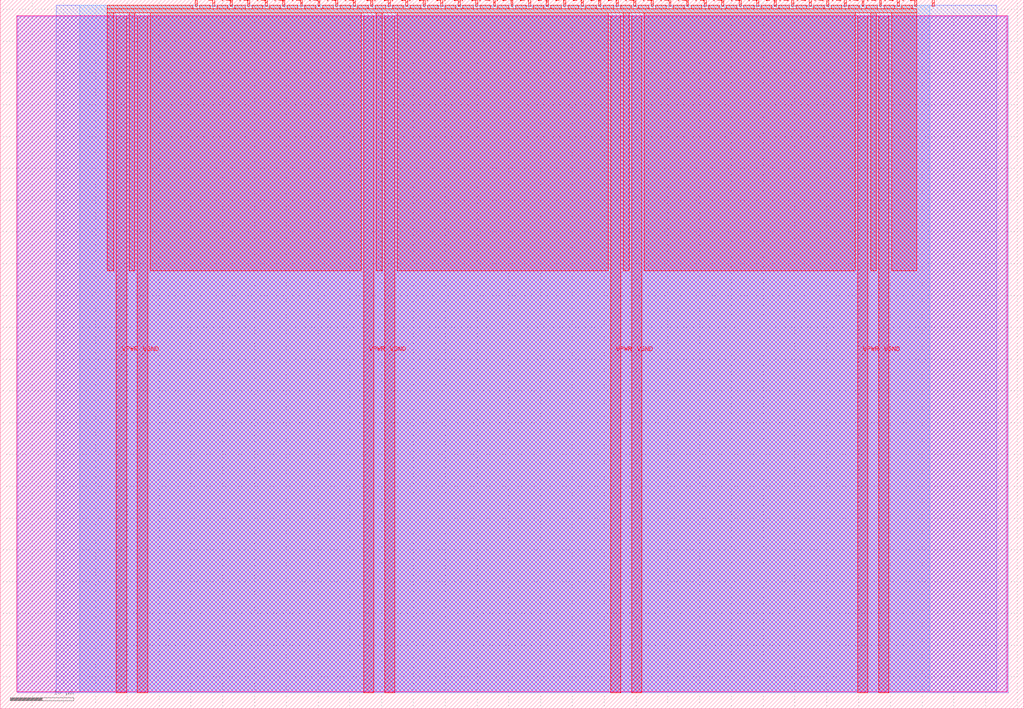
<source format=lef>
VERSION 5.7 ;
  NOWIREEXTENSIONATPIN ON ;
  DIVIDERCHAR "/" ;
  BUSBITCHARS "[]" ;
MACRO tt_um_betz_morse_keyer
  CLASS BLOCK ;
  FOREIGN tt_um_betz_morse_keyer ;
  ORIGIN 0.000 0.000 ;
  SIZE 161.000 BY 111.520 ;
  PIN VGND
    DIRECTION INOUT ;
    USE GROUND ;
    PORT
      LAYER met4 ;
        RECT 21.580 2.480 23.180 109.040 ;
    END
    PORT
      LAYER met4 ;
        RECT 60.450 2.480 62.050 109.040 ;
    END
    PORT
      LAYER met4 ;
        RECT 99.320 2.480 100.920 109.040 ;
    END
    PORT
      LAYER met4 ;
        RECT 138.190 2.480 139.790 109.040 ;
    END
  END VGND
  PIN VPWR
    DIRECTION INOUT ;
    USE POWER ;
    PORT
      LAYER met4 ;
        RECT 18.280 2.480 19.880 109.040 ;
    END
    PORT
      LAYER met4 ;
        RECT 57.150 2.480 58.750 109.040 ;
    END
    PORT
      LAYER met4 ;
        RECT 96.020 2.480 97.620 109.040 ;
    END
    PORT
      LAYER met4 ;
        RECT 134.890 2.480 136.490 109.040 ;
    END
  END VPWR
  PIN clk
    DIRECTION INPUT ;
    USE SIGNAL ;
    ANTENNAGATEAREA 0.852000 ;
    PORT
      LAYER met4 ;
        RECT 143.830 110.520 144.130 111.520 ;
    END
  END clk
  PIN ena
    DIRECTION INPUT ;
    USE SIGNAL ;
    PORT
      LAYER met4 ;
        RECT 146.590 110.520 146.890 111.520 ;
    END
  END ena
  PIN rst_n
    DIRECTION INPUT ;
    USE SIGNAL ;
    ANTENNAGATEAREA 0.196500 ;
    PORT
      LAYER met4 ;
        RECT 141.070 110.520 141.370 111.520 ;
    END
  END rst_n
  PIN ui_in[0]
    DIRECTION INPUT ;
    USE SIGNAL ;
    ANTENNAGATEAREA 0.196500 ;
    PORT
      LAYER met4 ;
        RECT 138.310 110.520 138.610 111.520 ;
    END
  END ui_in[0]
  PIN ui_in[1]
    DIRECTION INPUT ;
    USE SIGNAL ;
    ANTENNAGATEAREA 0.213000 ;
    PORT
      LAYER met4 ;
        RECT 135.550 110.520 135.850 111.520 ;
    END
  END ui_in[1]
  PIN ui_in[2]
    DIRECTION INPUT ;
    USE SIGNAL ;
    PORT
      LAYER met4 ;
        RECT 132.790 110.520 133.090 111.520 ;
    END
  END ui_in[2]
  PIN ui_in[3]
    DIRECTION INPUT ;
    USE SIGNAL ;
    PORT
      LAYER met4 ;
        RECT 130.030 110.520 130.330 111.520 ;
    END
  END ui_in[3]
  PIN ui_in[4]
    DIRECTION INPUT ;
    USE SIGNAL ;
    ANTENNAGATEAREA 0.196500 ;
    PORT
      LAYER met4 ;
        RECT 127.270 110.520 127.570 111.520 ;
    END
  END ui_in[4]
  PIN ui_in[5]
    DIRECTION INPUT ;
    USE SIGNAL ;
    ANTENNAGATEAREA 0.196500 ;
    PORT
      LAYER met4 ;
        RECT 124.510 110.520 124.810 111.520 ;
    END
  END ui_in[5]
  PIN ui_in[6]
    DIRECTION INPUT ;
    USE SIGNAL ;
    ANTENNAGATEAREA 0.196500 ;
    PORT
      LAYER met4 ;
        RECT 121.750 110.520 122.050 111.520 ;
    END
  END ui_in[6]
  PIN ui_in[7]
    DIRECTION INPUT ;
    USE SIGNAL ;
    ANTENNAGATEAREA 0.196500 ;
    PORT
      LAYER met4 ;
        RECT 118.990 110.520 119.290 111.520 ;
    END
  END ui_in[7]
  PIN uio_in[0]
    DIRECTION INPUT ;
    USE SIGNAL ;
    ANTENNAGATEAREA 0.196500 ;
    PORT
      LAYER met4 ;
        RECT 116.230 110.520 116.530 111.520 ;
    END
  END uio_in[0]
  PIN uio_in[1]
    DIRECTION INPUT ;
    USE SIGNAL ;
    ANTENNAGATEAREA 0.196500 ;
    PORT
      LAYER met4 ;
        RECT 113.470 110.520 113.770 111.520 ;
    END
  END uio_in[1]
  PIN uio_in[2]
    DIRECTION INPUT ;
    USE SIGNAL ;
    PORT
      LAYER met4 ;
        RECT 110.710 110.520 111.010 111.520 ;
    END
  END uio_in[2]
  PIN uio_in[3]
    DIRECTION INPUT ;
    USE SIGNAL ;
    PORT
      LAYER met4 ;
        RECT 107.950 110.520 108.250 111.520 ;
    END
  END uio_in[3]
  PIN uio_in[4]
    DIRECTION INPUT ;
    USE SIGNAL ;
    PORT
      LAYER met4 ;
        RECT 105.190 110.520 105.490 111.520 ;
    END
  END uio_in[4]
  PIN uio_in[5]
    DIRECTION INPUT ;
    USE SIGNAL ;
    PORT
      LAYER met4 ;
        RECT 102.430 110.520 102.730 111.520 ;
    END
  END uio_in[5]
  PIN uio_in[6]
    DIRECTION INPUT ;
    USE SIGNAL ;
    PORT
      LAYER met4 ;
        RECT 99.670 110.520 99.970 111.520 ;
    END
  END uio_in[6]
  PIN uio_in[7]
    DIRECTION INPUT ;
    USE SIGNAL ;
    PORT
      LAYER met4 ;
        RECT 96.910 110.520 97.210 111.520 ;
    END
  END uio_in[7]
  PIN uio_oe[0]
    DIRECTION OUTPUT ;
    USE SIGNAL ;
    PORT
      LAYER met4 ;
        RECT 49.990 110.520 50.290 111.520 ;
    END
  END uio_oe[0]
  PIN uio_oe[1]
    DIRECTION OUTPUT ;
    USE SIGNAL ;
    PORT
      LAYER met4 ;
        RECT 47.230 110.520 47.530 111.520 ;
    END
  END uio_oe[1]
  PIN uio_oe[2]
    DIRECTION OUTPUT ;
    USE SIGNAL ;
    PORT
      LAYER met4 ;
        RECT 44.470 110.520 44.770 111.520 ;
    END
  END uio_oe[2]
  PIN uio_oe[3]
    DIRECTION OUTPUT ;
    USE SIGNAL ;
    PORT
      LAYER met4 ;
        RECT 41.710 110.520 42.010 111.520 ;
    END
  END uio_oe[3]
  PIN uio_oe[4]
    DIRECTION OUTPUT ;
    USE SIGNAL ;
    PORT
      LAYER met4 ;
        RECT 38.950 110.520 39.250 111.520 ;
    END
  END uio_oe[4]
  PIN uio_oe[5]
    DIRECTION OUTPUT ;
    USE SIGNAL ;
    PORT
      LAYER met4 ;
        RECT 36.190 110.520 36.490 111.520 ;
    END
  END uio_oe[5]
  PIN uio_oe[6]
    DIRECTION OUTPUT ;
    USE SIGNAL ;
    PORT
      LAYER met4 ;
        RECT 33.430 110.520 33.730 111.520 ;
    END
  END uio_oe[6]
  PIN uio_oe[7]
    DIRECTION OUTPUT ;
    USE SIGNAL ;
    PORT
      LAYER met4 ;
        RECT 30.670 110.520 30.970 111.520 ;
    END
  END uio_oe[7]
  PIN uio_out[0]
    DIRECTION OUTPUT ;
    USE SIGNAL ;
    PORT
      LAYER met4 ;
        RECT 72.070 110.520 72.370 111.520 ;
    END
  END uio_out[0]
  PIN uio_out[1]
    DIRECTION OUTPUT ;
    USE SIGNAL ;
    PORT
      LAYER met4 ;
        RECT 69.310 110.520 69.610 111.520 ;
    END
  END uio_out[1]
  PIN uio_out[2]
    DIRECTION OUTPUT ;
    USE SIGNAL ;
    ANTENNADIFFAREA 0.795200 ;
    PORT
      LAYER met4 ;
        RECT 66.550 110.520 66.850 111.520 ;
    END
  END uio_out[2]
  PIN uio_out[3]
    DIRECTION OUTPUT ;
    USE SIGNAL ;
    ANTENNADIFFAREA 0.795200 ;
    PORT
      LAYER met4 ;
        RECT 63.790 110.520 64.090 111.520 ;
    END
  END uio_out[3]
  PIN uio_out[4]
    DIRECTION OUTPUT ;
    USE SIGNAL ;
    ANTENNADIFFAREA 0.795200 ;
    PORT
      LAYER met4 ;
        RECT 61.030 110.520 61.330 111.520 ;
    END
  END uio_out[4]
  PIN uio_out[5]
    DIRECTION OUTPUT ;
    USE SIGNAL ;
    ANTENNADIFFAREA 0.795200 ;
    PORT
      LAYER met4 ;
        RECT 58.270 110.520 58.570 111.520 ;
    END
  END uio_out[5]
  PIN uio_out[6]
    DIRECTION OUTPUT ;
    USE SIGNAL ;
    PORT
      LAYER met4 ;
        RECT 55.510 110.520 55.810 111.520 ;
    END
  END uio_out[6]
  PIN uio_out[7]
    DIRECTION OUTPUT ;
    USE SIGNAL ;
    PORT
      LAYER met4 ;
        RECT 52.750 110.520 53.050 111.520 ;
    END
  END uio_out[7]
  PIN uo_out[0]
    DIRECTION OUTPUT ;
    USE SIGNAL ;
    ANTENNAGATEAREA 0.247500 ;
    ANTENNADIFFAREA 0.891000 ;
    PORT
      LAYER met4 ;
        RECT 94.150 110.520 94.450 111.520 ;
    END
  END uo_out[0]
  PIN uo_out[1]
    DIRECTION OUTPUT ;
    USE SIGNAL ;
    ANTENNAGATEAREA 0.126000 ;
    ANTENNADIFFAREA 0.891000 ;
    PORT
      LAYER met4 ;
        RECT 91.390 110.520 91.690 111.520 ;
    END
  END uo_out[1]
  PIN uo_out[2]
    DIRECTION OUTPUT ;
    USE SIGNAL ;
    ANTENNAGATEAREA 0.247500 ;
    ANTENNADIFFAREA 0.891000 ;
    PORT
      LAYER met4 ;
        RECT 88.630 110.520 88.930 111.520 ;
    END
  END uo_out[2]
  PIN uo_out[3]
    DIRECTION OUTPUT ;
    USE SIGNAL ;
    ANTENNAGATEAREA 0.247500 ;
    ANTENNADIFFAREA 0.891000 ;
    PORT
      LAYER met4 ;
        RECT 85.870 110.520 86.170 111.520 ;
    END
  END uo_out[3]
  PIN uo_out[4]
    DIRECTION OUTPUT ;
    USE SIGNAL ;
    ANTENNAGATEAREA 0.126000 ;
    ANTENNADIFFAREA 0.891000 ;
    PORT
      LAYER met4 ;
        RECT 83.110 110.520 83.410 111.520 ;
    END
  END uo_out[4]
  PIN uo_out[5]
    DIRECTION OUTPUT ;
    USE SIGNAL ;
    ANTENNAGATEAREA 0.247500 ;
    ANTENNADIFFAREA 0.891000 ;
    PORT
      LAYER met4 ;
        RECT 80.350 110.520 80.650 111.520 ;
    END
  END uo_out[5]
  PIN uo_out[6]
    DIRECTION OUTPUT ;
    USE SIGNAL ;
    ANTENNAGATEAREA 0.126000 ;
    ANTENNADIFFAREA 0.891000 ;
    PORT
      LAYER met4 ;
        RECT 77.590 110.520 77.890 111.520 ;
    END
  END uo_out[6]
  PIN uo_out[7]
    DIRECTION OUTPUT ;
    USE SIGNAL ;
    ANTENNAGATEAREA 0.247500 ;
    ANTENNADIFFAREA 0.891000 ;
    PORT
      LAYER met4 ;
        RECT 74.830 110.520 75.130 111.520 ;
    END
  END uo_out[7]
  OBS
      LAYER nwell ;
        RECT 2.570 2.635 158.430 108.990 ;
      LAYER li1 ;
        RECT 2.760 2.635 158.240 108.885 ;
      LAYER met1 ;
        RECT 2.760 2.480 158.540 109.040 ;
      LAYER met2 ;
        RECT 8.840 2.535 156.760 110.685 ;
      LAYER met3 ;
        RECT 12.485 2.555 146.215 110.665 ;
      LAYER met4 ;
        RECT 16.855 110.120 30.270 110.665 ;
        RECT 31.370 110.120 33.030 110.665 ;
        RECT 34.130 110.120 35.790 110.665 ;
        RECT 36.890 110.120 38.550 110.665 ;
        RECT 39.650 110.120 41.310 110.665 ;
        RECT 42.410 110.120 44.070 110.665 ;
        RECT 45.170 110.120 46.830 110.665 ;
        RECT 47.930 110.120 49.590 110.665 ;
        RECT 50.690 110.120 52.350 110.665 ;
        RECT 53.450 110.120 55.110 110.665 ;
        RECT 56.210 110.120 57.870 110.665 ;
        RECT 58.970 110.120 60.630 110.665 ;
        RECT 61.730 110.120 63.390 110.665 ;
        RECT 64.490 110.120 66.150 110.665 ;
        RECT 67.250 110.120 68.910 110.665 ;
        RECT 70.010 110.120 71.670 110.665 ;
        RECT 72.770 110.120 74.430 110.665 ;
        RECT 75.530 110.120 77.190 110.665 ;
        RECT 78.290 110.120 79.950 110.665 ;
        RECT 81.050 110.120 82.710 110.665 ;
        RECT 83.810 110.120 85.470 110.665 ;
        RECT 86.570 110.120 88.230 110.665 ;
        RECT 89.330 110.120 90.990 110.665 ;
        RECT 92.090 110.120 93.750 110.665 ;
        RECT 94.850 110.120 96.510 110.665 ;
        RECT 97.610 110.120 99.270 110.665 ;
        RECT 100.370 110.120 102.030 110.665 ;
        RECT 103.130 110.120 104.790 110.665 ;
        RECT 105.890 110.120 107.550 110.665 ;
        RECT 108.650 110.120 110.310 110.665 ;
        RECT 111.410 110.120 113.070 110.665 ;
        RECT 114.170 110.120 115.830 110.665 ;
        RECT 116.930 110.120 118.590 110.665 ;
        RECT 119.690 110.120 121.350 110.665 ;
        RECT 122.450 110.120 124.110 110.665 ;
        RECT 125.210 110.120 126.870 110.665 ;
        RECT 127.970 110.120 129.630 110.665 ;
        RECT 130.730 110.120 132.390 110.665 ;
        RECT 133.490 110.120 135.150 110.665 ;
        RECT 136.250 110.120 137.910 110.665 ;
        RECT 139.010 110.120 140.670 110.665 ;
        RECT 141.770 110.120 143.430 110.665 ;
        RECT 16.855 109.440 144.145 110.120 ;
        RECT 16.855 68.855 17.880 109.440 ;
        RECT 20.280 68.855 21.180 109.440 ;
        RECT 23.580 68.855 56.750 109.440 ;
        RECT 59.150 68.855 60.050 109.440 ;
        RECT 62.450 68.855 95.620 109.440 ;
        RECT 98.020 68.855 98.920 109.440 ;
        RECT 101.320 68.855 134.490 109.440 ;
        RECT 136.890 68.855 137.790 109.440 ;
        RECT 140.190 68.855 144.145 109.440 ;
  END
END tt_um_betz_morse_keyer
END LIBRARY


</source>
